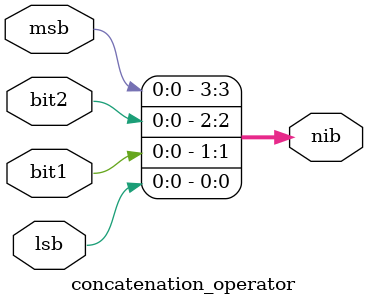
<source format=v>
module concatenation_operator(
	input msb,bit2,bit1,lsb,
	output [3:0]nib
);
	assign nib={msb,bit2,bit1,lsb};
endmodule

</source>
